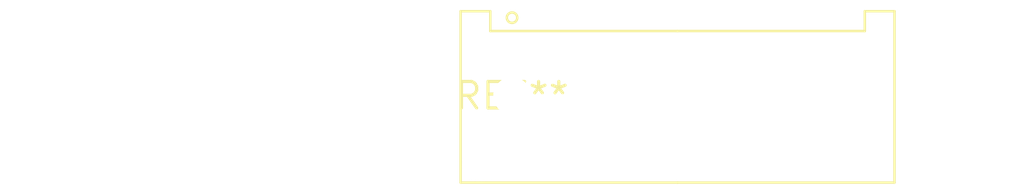
<source format=kicad_pcb>
(kicad_pcb (version 20240108) (generator pcbnew)
  (layers (0 "F.Cu" signal) (31 "B.Cu" signal) (34 "B.Paste" user) (35 "F.Paste" user) (36 "B.SilkS" user "B.Silkscreen") (37 "F.SilkS" user "F.Silkscreen") (38 "B.Mask" user) (39 "F.Mask" user) (44 "Edge.Cuts" user))
  (net 0 "")
  (footprint "Hirose_DF63-5P-3.96DSA_1x05_P3.96mm_Vertical" (layer "F.Cu") (at 0 0)
    (property "Reference" "REF**")
    (property "Value" "Hirose_DF63-5P-3.96DSA_1x05_P3.96mm_Vertical")
    (fp_line (start -2.46 -4.06) (end -1.04 -4.06) (layer "F.SilkS") (stroke (width 0.12)))
    (fp_line (start -2.46 4.16) (end -2.46 -4.06) (layer "F.SilkS") (stroke (width 0.12)))
    (fp_line (start -1.04 -4.06) (end -1.04 -3.11) (layer "F.SilkS") (stroke (width 0.12)))
    (fp_line (start -1.04 -3.11) (end 7.92 -3.11) (layer "F.SilkS") (stroke (width 0.12)))
    (fp_line (start 7.92 4.16) (end -2.46 4.16) (layer "F.SilkS") (stroke (width 0.12)))
    (fp_line (start 7.92 4.16) (end 18.3 4.16) (layer "F.SilkS") (stroke (width 0.12)))
    (fp_line (start 16.88 -4.06) (end 16.88 -3.11) (layer "F.SilkS") (stroke (width 0.12)))
    (fp_line (start 16.88 -3.11) (end 7.92 -3.11) (layer "F.SilkS") (stroke (width 0.12)))
    (fp_line (start 18.3 -4.06) (end 16.88 -4.06) (layer "F.SilkS") (stroke (width 0.12)))
    (fp_line (start 18.3 4.16) (end 18.3 -4.06) (layer "F.SilkS") (stroke (width 0.12)))
    (fp_circle (center 0 -3.75) (end 0.25 -3.75) (layer "F.SilkS") (stroke (width 0.12)) (fill none))
    (pad "" np_thru_hole circle (at -1.5 3.25) (size 1.6 1.6) (drill 1.6) (layers *.Cu *.Mask))
    (pad "1" thru_hole roundrect (at 0 0) (size 2.46 2.8) (drill 1.8) (layers *.Cu *.Mask) (remove_unused_layers) (roundrect_rratio 0.101626))
    (pad "2" thru_hole oval (at 3.96 0) (size 2.46 2.8) (drill 1.8) (layers *.Cu *.Mask) (remove_unused_layers))
    (pad "3" thru_hole oval (at 7.92 0) (size 2.46 2.8) (drill 1.8) (layers *.Cu *.Mask) (remove_unused_layers))
    (pad "4" thru_hole oval (at 11.88 0) (size 2.46 2.8) (drill 1.8) (layers *.Cu *.Mask) (remove_unused_layers))
    (pad "5" thru_hole oval (at 15.84 0) (size 2.46 2.8) (drill 1.8) (layers *.Cu *.Mask) (remove_unused_layers))
  )
)
</source>
